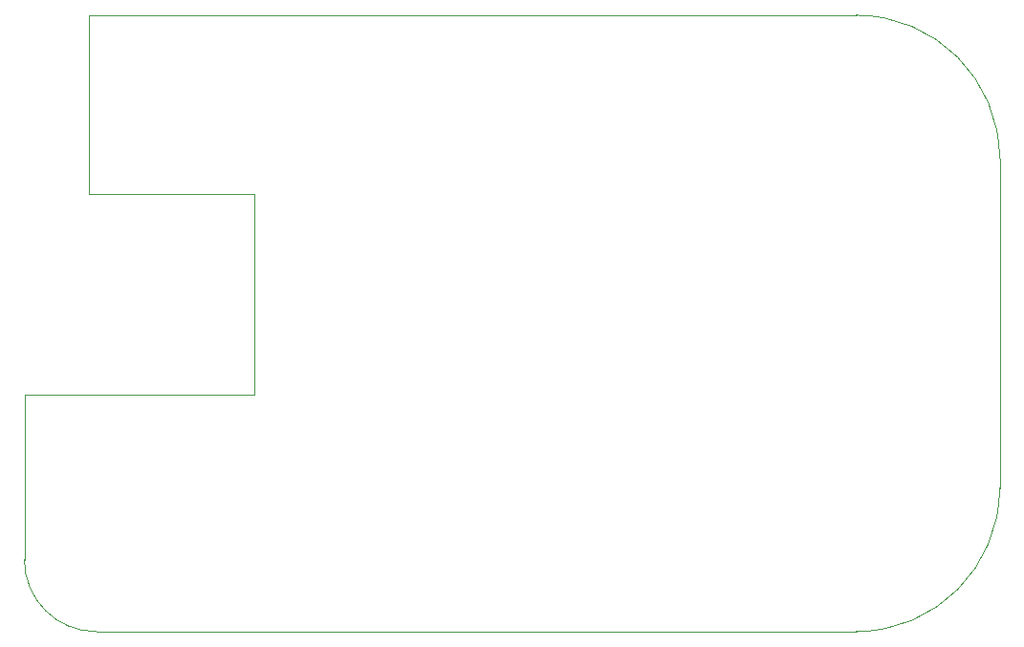
<source format=gbr>
%TF.GenerationSoftware,KiCad,Pcbnew,9.0.4*%
%TF.CreationDate,2026-02-21T19:48:22-06:00*%
%TF.ProjectId,beaglebone_can_cape,62656167-6c65-4626-9f6e-655f63616e5f,rev?*%
%TF.SameCoordinates,PX5f5e100PY5f5e100*%
%TF.FileFunction,Profile,NP*%
%FSLAX46Y46*%
G04 Gerber Fmt 4.6, Leading zero omitted, Abs format (unit mm)*
G04 Created by KiCad (PCBNEW 9.0.4) date 2026-02-21 19:48:22*
%MOMM*%
%LPD*%
G01*
G04 APERTURE LIST*
%TA.AperFunction,Profile*%
%ADD10C,0.002540*%
%TD*%
G04 APERTURE END LIST*
D10*
X6350000Y0D02*
G75*
G02*
X0Y6350000I0J6350000D01*
G01*
X86360000Y12700000D02*
X86360000Y41910000D01*
X6350000Y0D02*
X73660000Y0D01*
X20320000Y20955000D02*
X0Y20955000D01*
X5715000Y54610000D02*
X5715000Y38735000D01*
X0Y20955000D02*
X0Y6350000D01*
X73660000Y54610000D02*
X5715000Y54610000D01*
X86360000Y12700000D02*
G75*
G02*
X73660000Y0I-12700000J0D01*
G01*
X73660000Y54610000D02*
G75*
G02*
X86360000Y41910000I0J-12700000D01*
G01*
X20320000Y38735000D02*
X20320000Y20955000D01*
X5715000Y38735000D02*
X20320000Y38735000D01*
M02*

</source>
